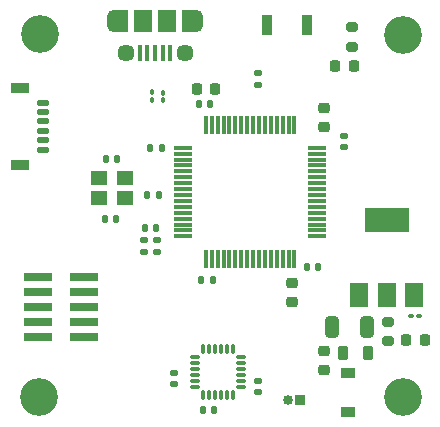
<source format=gbr>
%TF.GenerationSoftware,KiCad,Pcbnew,(6.0.5)*%
%TF.CreationDate,2022-07-12T20:22:36+02:00*%
%TF.ProjectId,DroneHardware,44726f6e-6548-4617-9264-776172652e6b,rev?*%
%TF.SameCoordinates,Original*%
%TF.FileFunction,Soldermask,Top*%
%TF.FilePolarity,Negative*%
%FSLAX46Y46*%
G04 Gerber Fmt 4.6, Leading zero omitted, Abs format (unit mm)*
G04 Created by KiCad (PCBNEW (6.0.5)) date 2022-07-12 20:22:36*
%MOMM*%
%LPD*%
G01*
G04 APERTURE LIST*
G04 Aperture macros list*
%AMRoundRect*
0 Rectangle with rounded corners*
0 $1 Rounding radius*
0 $2 $3 $4 $5 $6 $7 $8 $9 X,Y pos of 4 corners*
0 Add a 4 corners polygon primitive as box body*
4,1,4,$2,$3,$4,$5,$6,$7,$8,$9,$2,$3,0*
0 Add four circle primitives for the rounded corners*
1,1,$1+$1,$2,$3*
1,1,$1+$1,$4,$5*
1,1,$1+$1,$6,$7*
1,1,$1+$1,$8,$9*
0 Add four rect primitives between the rounded corners*
20,1,$1+$1,$2,$3,$4,$5,0*
20,1,$1+$1,$4,$5,$6,$7,0*
20,1,$1+$1,$6,$7,$8,$9,0*
20,1,$1+$1,$8,$9,$2,$3,0*%
G04 Aperture macros list end*
%ADD10RoundRect,0.125000X-0.375000X0.125000X-0.375000X-0.125000X0.375000X-0.125000X0.375000X0.125000X0*%
%ADD11RoundRect,0.225000X-0.575000X0.225000X-0.575000X-0.225000X0.575000X-0.225000X0.575000X0.225000X0*%
%ADD12RoundRect,0.140000X0.140000X0.170000X-0.140000X0.170000X-0.140000X-0.170000X0.140000X-0.170000X0*%
%ADD13RoundRect,0.140000X0.170000X-0.140000X0.170000X0.140000X-0.170000X0.140000X-0.170000X-0.140000X0*%
%ADD14RoundRect,0.100000X-0.100000X0.130000X-0.100000X-0.130000X0.100000X-0.130000X0.100000X0.130000X0*%
%ADD15RoundRect,0.135000X0.185000X-0.135000X0.185000X0.135000X-0.185000X0.135000X-0.185000X-0.135000X0*%
%ADD16R,1.500000X2.000000*%
%ADD17R,3.800000X2.000000*%
%ADD18RoundRect,0.140000X-0.140000X-0.170000X0.140000X-0.170000X0.140000X0.170000X-0.140000X0.170000X0*%
%ADD19RoundRect,0.140000X-0.170000X0.140000X-0.170000X-0.140000X0.170000X-0.140000X0.170000X0.140000X0*%
%ADD20R,1.400000X1.200000*%
%ADD21RoundRect,0.100000X0.100000X-0.130000X0.100000X0.130000X-0.100000X0.130000X-0.100000X-0.130000X0*%
%ADD22O,0.850000X0.850000*%
%ADD23R,0.850000X0.850000*%
%ADD24RoundRect,0.075000X-0.075000X0.350000X-0.075000X-0.350000X0.075000X-0.350000X0.075000X0.350000X0*%
%ADD25RoundRect,0.075000X-0.350000X-0.075000X0.350000X-0.075000X0.350000X0.075000X-0.350000X0.075000X0*%
%ADD26O,1.200000X1.900000*%
%ADD27R,1.200000X1.900000*%
%ADD28C,1.450000*%
%ADD29R,1.500000X1.900000*%
%ADD30R,0.400000X1.350000*%
%ADD31RoundRect,0.225000X-0.250000X0.225000X-0.250000X-0.225000X0.250000X-0.225000X0.250000X0.225000X0*%
%ADD32RoundRect,0.218750X-0.218750X-0.256250X0.218750X-0.256250X0.218750X0.256250X-0.218750X0.256250X0*%
%ADD33RoundRect,0.200000X-0.275000X0.200000X-0.275000X-0.200000X0.275000X-0.200000X0.275000X0.200000X0*%
%ADD34RoundRect,0.135000X0.135000X0.185000X-0.135000X0.185000X-0.135000X-0.185000X0.135000X-0.185000X0*%
%ADD35RoundRect,0.218750X0.218750X0.256250X-0.218750X0.256250X-0.218750X-0.256250X0.218750X-0.256250X0*%
%ADD36RoundRect,0.218750X0.256250X-0.218750X0.256250X0.218750X-0.256250X0.218750X-0.256250X-0.218750X0*%
%ADD37R,1.200000X0.900000*%
%ADD38RoundRect,0.218750X-0.218750X-0.381250X0.218750X-0.381250X0.218750X0.381250X-0.218750X0.381250X0*%
%ADD39C,3.200000*%
%ADD40R,2.400000X0.740000*%
%ADD41RoundRect,0.225000X0.250000X-0.225000X0.250000X0.225000X-0.250000X0.225000X-0.250000X-0.225000X0*%
%ADD42RoundRect,0.225000X-0.225000X-0.250000X0.225000X-0.250000X0.225000X0.250000X-0.225000X0.250000X0*%
%ADD43RoundRect,0.147500X0.147500X0.172500X-0.147500X0.172500X-0.147500X-0.172500X0.147500X-0.172500X0*%
%ADD44RoundRect,0.250000X0.325000X0.650000X-0.325000X0.650000X-0.325000X-0.650000X0.325000X-0.650000X0*%
%ADD45RoundRect,0.075000X-0.075000X-0.700000X0.075000X-0.700000X0.075000X0.700000X-0.075000X0.700000X0*%
%ADD46RoundRect,0.075000X-0.700000X-0.075000X0.700000X-0.075000X0.700000X0.075000X-0.700000X0.075000X0*%
%ADD47R,0.900000X1.700000*%
%ADD48RoundRect,0.100000X0.130000X0.100000X-0.130000X0.100000X-0.130000X-0.100000X0.130000X-0.100000X0*%
G04 APERTURE END LIST*
D10*
%TO.C,J204*%
X130840000Y-91450000D03*
X130840000Y-92250000D03*
X130840000Y-93050000D03*
X130840000Y-93850000D03*
X130840000Y-94650000D03*
X130840000Y-95450000D03*
D11*
X128920000Y-96700000D03*
X128920000Y-90200000D03*
%TD*%
D12*
%TO.C,C8*%
X145240000Y-106510000D03*
X144280000Y-106510000D03*
%TD*%
D13*
%TO.C,C5*%
X156380000Y-95250000D03*
X156380000Y-94290000D03*
%TD*%
D14*
%TO.C,R201*%
X140130000Y-91240000D03*
X140130000Y-90600000D03*
%TD*%
D15*
%TO.C,R1*%
X149060000Y-89940000D03*
X149060000Y-88920000D03*
%TD*%
D16*
%TO.C,VR101*%
X157660000Y-107720000D03*
X159960000Y-107720000D03*
X162260000Y-107720000D03*
D17*
X159960000Y-101420000D03*
%TD*%
D18*
%TO.C,C6*%
X144040000Y-91600000D03*
X145000000Y-91600000D03*
%TD*%
%TO.C,C12*%
X136130000Y-101330000D03*
X137090000Y-101330000D03*
%TD*%
%TO.C,C4*%
X153218000Y-105402000D03*
X154178000Y-105402000D03*
%TD*%
D19*
%TO.C,C317*%
X149070000Y-115030000D03*
X149070000Y-115990000D03*
%TD*%
D20*
%TO.C,Y1*%
X137850000Y-97830000D03*
X135650000Y-97830000D03*
X135650000Y-99530000D03*
X137850000Y-99530000D03*
%TD*%
D21*
%TO.C,R202*%
X141030000Y-90610000D03*
X141030000Y-91250000D03*
%TD*%
D22*
%TO.C,J202*%
X151600000Y-116620000D03*
D23*
X152600000Y-116620000D03*
%TD*%
D24*
%TO.C,U303*%
X146950000Y-112320000D03*
X146450000Y-112320000D03*
X145950000Y-112320000D03*
X145450000Y-112320000D03*
X144950000Y-112320000D03*
X144450000Y-112320000D03*
D25*
X143750000Y-113020000D03*
X143750000Y-113520000D03*
X143750000Y-114020000D03*
X143750000Y-114520000D03*
X143750000Y-115020000D03*
X143750000Y-115520000D03*
D24*
X144450000Y-116220000D03*
X144950000Y-116220000D03*
X145450000Y-116220000D03*
X145950000Y-116220000D03*
X146450000Y-116220000D03*
X146950000Y-116220000D03*
D25*
X147650000Y-115520000D03*
X147650000Y-115020000D03*
X147650000Y-114520000D03*
X147650000Y-114020000D03*
X147650000Y-113520000D03*
X147650000Y-113020000D03*
%TD*%
D26*
%TO.C,J201*%
X136860000Y-84562500D03*
D27*
X143260000Y-84562500D03*
D28*
X142860000Y-87262500D03*
D29*
X139360000Y-84562500D03*
D28*
X137860000Y-87262500D03*
D27*
X137460000Y-84562500D03*
D29*
X141360000Y-84562500D03*
D26*
X143860000Y-84562500D03*
D30*
X139060000Y-87262500D03*
X139710000Y-87262500D03*
X140360000Y-87262500D03*
X141010000Y-87262500D03*
X141660000Y-87262500D03*
%TD*%
D19*
%TO.C,C316*%
X141940000Y-114340000D03*
X141940000Y-115300000D03*
%TD*%
D31*
%TO.C,C1*%
X151976500Y-106765000D03*
X151976500Y-108315000D03*
%TD*%
D19*
%TO.C,C9*%
X139440000Y-103130000D03*
X139440000Y-104090000D03*
%TD*%
D32*
%TO.C,D102*%
X161622500Y-111580000D03*
X163197500Y-111580000D03*
%TD*%
D33*
%TO.C,R3*%
X157020000Y-85065000D03*
X157020000Y-86715000D03*
%TD*%
D34*
%TO.C,R2*%
X140710000Y-99280000D03*
X139690000Y-99280000D03*
%TD*%
D35*
%TO.C,D1*%
X157177500Y-88380000D03*
X155602500Y-88380000D03*
%TD*%
D36*
%TO.C,F101*%
X154700000Y-114057500D03*
X154700000Y-112482500D03*
%TD*%
D37*
%TO.C,D101*%
X156700000Y-114310000D03*
X156700000Y-117610000D03*
%TD*%
D19*
%TO.C,C10*%
X140500000Y-103110000D03*
X140500000Y-104070000D03*
%TD*%
D38*
%TO.C,FB101*%
X156237500Y-112640000D03*
X158362500Y-112640000D03*
%TD*%
D12*
%TO.C,C11*%
X137160000Y-96220000D03*
X136200000Y-96220000D03*
%TD*%
D39*
%TO.C,H201*%
X161380000Y-116420000D03*
%TD*%
D40*
%TO.C,J203*%
X134310000Y-111330000D03*
X130410000Y-111330000D03*
X134310000Y-110060000D03*
X130410000Y-110060000D03*
X134310000Y-108790000D03*
X130410000Y-108790000D03*
X134310000Y-107520000D03*
X130410000Y-107520000D03*
X134310000Y-106250000D03*
X130410000Y-106250000D03*
%TD*%
D41*
%TO.C,C3*%
X154660000Y-93505000D03*
X154660000Y-91955000D03*
%TD*%
D39*
%TO.C,H203*%
X161390000Y-85770000D03*
%TD*%
D42*
%TO.C,C2*%
X143895000Y-90280000D03*
X145445000Y-90280000D03*
%TD*%
D12*
%TO.C,C7*%
X140910000Y-95290000D03*
X139950000Y-95290000D03*
%TD*%
D39*
%TO.C,H204*%
X130590000Y-85690000D03*
%TD*%
D43*
%TO.C,L1*%
X140445000Y-102070000D03*
X139475000Y-102070000D03*
%TD*%
D18*
%TO.C,C315*%
X144430000Y-117510000D03*
X145390000Y-117510000D03*
%TD*%
D39*
%TO.C,H202*%
X130570000Y-116420000D03*
%TD*%
D44*
%TO.C,C101*%
X158275000Y-110480000D03*
X155325000Y-110480000D03*
%TD*%
D45*
%TO.C,U1*%
X144660000Y-93355000D03*
X145160000Y-93355000D03*
X145660000Y-93355000D03*
X146160000Y-93355000D03*
X146660000Y-93355000D03*
X147160000Y-93355000D03*
X147660000Y-93355000D03*
X148160000Y-93355000D03*
X148660000Y-93355000D03*
X149160000Y-93355000D03*
X149660000Y-93355000D03*
X150160000Y-93355000D03*
X150660000Y-93355000D03*
X151160000Y-93355000D03*
X151660000Y-93355000D03*
X152160000Y-93355000D03*
D46*
X154085000Y-95280000D03*
X154085000Y-95780000D03*
X154085000Y-96280000D03*
X154085000Y-96780000D03*
X154085000Y-97280000D03*
X154085000Y-97780000D03*
X154085000Y-98280000D03*
X154085000Y-98780000D03*
X154085000Y-99280000D03*
X154085000Y-99780000D03*
X154085000Y-100280000D03*
X154085000Y-100780000D03*
X154085000Y-101280000D03*
X154085000Y-101780000D03*
X154085000Y-102280000D03*
X154085000Y-102780000D03*
D45*
X152160000Y-104705000D03*
X151660000Y-104705000D03*
X151160000Y-104705000D03*
X150660000Y-104705000D03*
X150160000Y-104705000D03*
X149660000Y-104705000D03*
X149160000Y-104705000D03*
X148660000Y-104705000D03*
X148160000Y-104705000D03*
X147660000Y-104705000D03*
X147160000Y-104705000D03*
X146660000Y-104705000D03*
X146160000Y-104705000D03*
X145660000Y-104705000D03*
X145160000Y-104705000D03*
X144660000Y-104705000D03*
D46*
X142735000Y-102780000D03*
X142735000Y-102280000D03*
X142735000Y-101780000D03*
X142735000Y-101280000D03*
X142735000Y-100780000D03*
X142735000Y-100280000D03*
X142735000Y-99780000D03*
X142735000Y-99280000D03*
X142735000Y-98780000D03*
X142735000Y-98280000D03*
X142735000Y-97780000D03*
X142735000Y-97280000D03*
X142735000Y-96780000D03*
X142735000Y-96280000D03*
X142735000Y-95780000D03*
X142735000Y-95280000D03*
%TD*%
D47*
%TO.C,SW1*%
X153240000Y-84905000D03*
X149840000Y-84905000D03*
%TD*%
D48*
%TO.C,C102*%
X162690000Y-109490000D03*
X162050000Y-109490000D03*
%TD*%
D33*
%TO.C,R101*%
X160070000Y-110015000D03*
X160070000Y-111665000D03*
%TD*%
M02*

</source>
